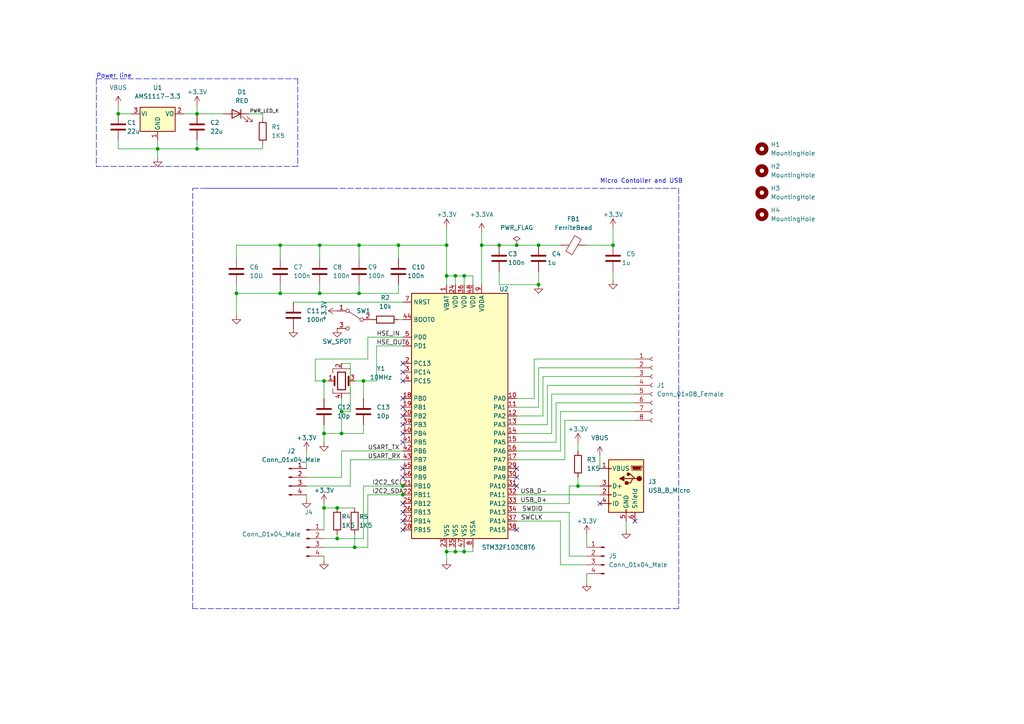
<source format=kicad_sch>
(kicad_sch (version 20211123) (generator eeschema)
  (paper "A4")
  (title_block (title "STM32103 TUTORIAL") (date "2023-07-22") (company "Switches") (comment 1 "Author: Matthew"))
  (lib_symbols
    (symbol "Connector:Conn_01x04_Male" (pin_names (offset 1.016) hide)
      (property "Reference" "J" (at 0 5.08 0))
      (property "Value" "Conn_01x04_Male" (at 0 -7.62 0))
      (symbol "Conn_01x04_Male_1_1"
        (polyline (pts (xy 1.27 -5.08) (xy 0.8636 -5.08)) (stroke (width 0.1524)))
        (polyline (pts (xy 1.27 -2.54) (xy 0.8636 -2.54)) (stroke (width 0.1524)))
        (polyline (pts (xy 1.27 0) (xy 0.8636 0)) (stroke (width 0.1524)))
        (polyline (pts (xy 1.27 2.54) (xy 0.8636 2.54)) (stroke (width 0.1524)))
        (rectangle (start 0.8636 -4.953) (end 0 -5.207) (stroke (width 0.1524)) (fill (type outline)))
        (rectangle (start 0.8636 -2.413) (end 0 -2.667) (stroke (width 0.1524)) (fill (type outline)))
        (rectangle (start 0.8636 0.127) (end 0 -0.127) (stroke (width 0.1524)) (fill (type outline)))
        (rectangle (start 0.8636 2.667) (end 0 2.413) (stroke (width 0.1524)) (fill (type outline)))
        (pin passive line (at 5.08 2.54 180) (length 3.81) (name "Pin_1") (number "1"))
        (pin passive line (at 5.08 0 180) (length 3.81) (name "Pin_2") (number "2"))
        (pin passive line (at 5.08 -2.54 180) (length 3.81) (name "Pin_3") (number "3"))
        (pin passive line (at 5.08 -5.08 180) (length 3.81) (name "Pin_4") (number "4"))
      )
    )
    (symbol "Connector:Conn_01x08_Female" (pin_names (offset 1.016) hide)
      (property "Reference" "J" (at 0 10.16 0))
      (property "Value" "Conn_01x08_Female" (at 0 -12.7 0))
      (symbol "Conn_01x08_Female_1_1"
        (arc (start 0 -9.652) (mid -0.508 -10.16) (end 0 -10.668) (stroke (width 0.1524)))
        (arc (start 0 -7.112) (mid -0.508 -7.62) (end 0 -8.128) (stroke (width 0.1524)))
        (arc (start 0 -4.572) (mid -0.508 -5.08) (end 0 -5.588) (stroke (width 0.1524)))
        (arc (start 0 -2.032) (mid -0.508 -2.54) (end 0 -3.048) (stroke (width 0.1524)))
        (polyline (pts (xy -1.27 -10.16) (xy -0.508 -10.16)) (stroke (width 0.1524)))
        (polyline (pts (xy -1.27 -7.62) (xy -0.508 -7.62)) (stroke (width 0.1524)))
        (polyline (pts (xy -1.27 -5.08) (xy -0.508 -5.08)) (stroke (width 0.1524)))
        (polyline (pts (xy -1.27 -2.54) (xy -0.508 -2.54)) (stroke (width 0.1524)))
        (polyline (pts (xy -1.27 0) (xy -0.508 0)) (stroke (width 0.1524)))
        (polyline (pts (xy -1.27 2.54) (xy -0.508 2.54)) (stroke (width 0.1524)))
        (polyline (pts (xy -1.27 5.08) (xy -0.508 5.08)) (stroke (width 0.1524)))
        (polyline (pts (xy -1.27 7.62) (xy -0.508 7.62)) (stroke (width 0.1524)))
        (arc (start 0 0.508) (mid -0.508 0) (end 0 -0.508) (stroke (width 0.1524)))
        (arc (start 0 3.048) (mid -0.508 2.54) (end 0 2.032) (stroke (width 0.1524)))
        (arc (start 0 5.588) (mid -0.508 5.08) (end 0 4.572) (stroke (width 0.1524)))
        (arc (start 0 8.128) (mid -0.508 7.62) (end 0 7.112) (stroke (width 0.1524)))
        (pin passive line (at -5.08 7.62 0) (length 3.81) (name "Pin_1") (number "1"))
        (pin passive line (at -5.08 5.08 0) (length 3.81) (name "Pin_2") (number "2"))
        (pin passive line (at -5.08 2.54 0) (length 3.81) (name "Pin_3") (number "3"))
        (pin passive line (at -5.08 0 0) (length 3.81) (name "Pin_4") (number "4"))
        (pin passive line (at -5.08 -2.54 0) (length 3.81) (name "Pin_5") (number "5"))
        (pin passive line (at -5.08 -5.08 0) (length 3.81) (name "Pin_6") (number "6"))
        (pin passive line (at -5.08 -7.62 0) (length 3.81) (name "Pin_7") (number "7"))
        (pin passive line (at -5.08 -10.16 0) (length 3.81) (name "Pin_8") (number "8"))
      )
    )
    (symbol "Connector:USB_B_Micro" (pin_names (offset 1.016))
      (property "Reference" "J" (at -5.08 11.43 0))
      (property "Value" "USB_B_Micro" (at -5.08 8.89 0))
      (symbol "USB_B_Micro_0_1"
        (rectangle (start -5.08 -7.62) (end 5.08 7.62) (stroke (width 0.254)) (fill (type background)))
        (circle (center -3.81 2.159) (radius 0.635) (stroke (width 0.254)) (fill (type outline)))
        (circle (center -0.635 3.429) (radius 0.381) (stroke (width 0.254)) (fill (type outline)))
        (rectangle (start -0.127 -7.62) (end 0.127 -6.858))
        (polyline (pts (xy -1.905 2.159) (xy 0.635 2.159)) (stroke (width 0.254)))
        (polyline (pts (xy -3.175 2.159) (xy -2.54 2.159) (xy -1.27 3.429) (xy -0.635 3.429)) (stroke (width 0.254)))
        (polyline (pts (xy -2.54 2.159) (xy -1.905 2.159) (xy -1.27 0.889) (xy 0 0.889)) (stroke (width 0.254)))
        (polyline (pts (xy 0.635 2.794) (xy 0.635 1.524) (xy 1.905 2.159) (xy 0.635 2.794)) (stroke (width 0.254)) (fill (type outline)))
        (polyline (pts (xy -4.318 5.588) (xy -1.778 5.588) (xy -2.032 4.826) (xy -4.064 4.826) (xy -4.318 5.588)) (fill (type outline)))
        (polyline (pts (xy -4.699 5.842) (xy -4.699 5.588) (xy -4.445 4.826) (xy -4.445 4.572) (xy -1.651 4.572) (xy -1.651 4.826) (xy -1.397 5.588) (xy -1.397 5.842) (xy -4.699 5.842)))
        (rectangle (start 0.254 1.27) (end -0.508 0.508) (stroke (width 0.254)) (fill (type outline)))
        (rectangle (start 5.08 -5.207) (end 4.318 -4.953))
        (rectangle (start 5.08 -2.667) (end 4.318 -2.413))
        (rectangle (start 5.08 -0.127) (end 4.318 0.127))
        (rectangle (start 5.08 4.953) (end 4.318 5.207))
      )
      (symbol "USB_B_Micro_1_1"
        (pin power_out line (at 7.62 5.08 180) (length 2.54) (name "VBUS") (number "1"))
        (pin bidirectional line (at 7.62 -2.54 180) (length 2.54) (name "D-") (number "2"))
        (pin bidirectional line (at 7.62 0 180) (length 2.54) (name "D+") (number "3"))
        (pin passive line (at 7.62 -5.08 180) (length 2.54) (name "ID") (number "4"))
        (pin power_out line (at 0 -10.16 90) (length 2.54) (name "GND") (number "5"))
        (pin passive line (at -2.54 -10.16 90) (length 2.54) (name "Shield") (number "6"))
      )
    )
    (symbol "Device:C" (pin_numbers hide) (pin_names (offset 0.254))
      (property "Reference" "C" (at 0.635 2.54 0))
      (property "Value" "C" (at 0.635 -2.54 0))
      (symbol "C_0_1"
        (polyline (pts (xy -2.032 -0.762) (xy 2.032 -0.762)) (stroke (width 0.508)))
        (polyline (pts (xy -2.032 0.762) (xy 2.032 0.762)) (stroke (width 0.508)))
      )
      (symbol "C_1_1"
        (pin passive line (at 0 3.81 270) (length 2.794) (name "~") (number "1"))
        (pin passive line (at 0 -3.81 90) (length 2.794) (name "~") (number "2"))
      )
    )
    (symbol "Device:Crystal_GND24" (pin_names (offset 1.016) hide)
      (property "Reference" "Y" (at 3.175 5.08 0))
      (property "Value" "Crystal_GND24" (at 3.175 3.175 0))
      (symbol "Crystal_GND24_0_1"
        (rectangle (start -1.143 2.54) (end 1.143 -2.54) (stroke (width 0.3048)))
        (polyline (pts (xy -2.54 0) (xy -2.032 0)))
        (polyline (pts (xy -2.032 -1.27) (xy -2.032 1.27)) (stroke (width 0.508)))
        (polyline (pts (xy 0 -3.81) (xy 0 -3.556)))
        (polyline (pts (xy 0 3.556) (xy 0 3.81)))
        (polyline (pts (xy 2.032 -1.27) (xy 2.032 1.27)) (stroke (width 0.508)))
        (polyline (pts (xy 2.032 0) (xy 2.54 0)))
        (polyline (pts (xy -2.54 -2.286) (xy -2.54 -3.556) (xy 2.54 -3.556) (xy 2.54 -2.286)))
        (polyline (pts (xy -2.54 2.286) (xy -2.54 3.556) (xy 2.54 3.556) (xy 2.54 2.286)))
      )
      (symbol "Crystal_GND24_1_1"
        (pin passive line (at -3.81 0 0) (length 1.27) (name "1") (number "1"))
        (pin passive line (at 0 5.08 270) (length 1.27) (name "2") (number "2"))
        (pin passive line (at 3.81 0 180) (length 1.27) (name "3") (number "3"))
        (pin passive line (at 0 -5.08 90) (length 1.27) (name "4") (number "4"))
      )
    )
    (symbol "Device:FerriteBead" (pin_numbers hide) (pin_names (offset 0))
      (property "Reference" "FB" (at -3.81 0.635 90))
      (property "Value" "FerriteBead" (at 3.81 0 90))
      (symbol "FerriteBead_0_1"
        (polyline (pts (xy 0 -1.27) (xy 0 -1.2192)))
        (polyline (pts (xy 0 1.27) (xy 0 1.2954)))
        (polyline (pts (xy -2.7686 0.4064) (xy -1.7018 2.2606) (xy 2.7686 -0.3048) (xy 1.6764 -2.159) (xy -2.7686 0.4064)))
      )
      (symbol "FerriteBead_1_1"
        (pin passive line (at 0 3.81 270) (length 2.54) (name "~") (number "1"))
        (pin passive line (at 0 -3.81 90) (length 2.54) (name "~") (number "2"))
      )
    )
    (symbol "Device:LED" (pin_numbers hide) (pin_names (offset 1.016) hide)
      (property "Reference" "D" (at 0 2.54 0))
      (property "Value" "LED" (at 0 -2.54 0))
      (symbol "LED_0_1"
        (polyline (pts (xy -1.27 -1.27) (xy -1.27 1.27)) (stroke (width 0.254)))
        (polyline (pts (xy -1.27 0) (xy 1.27 0)))
        (polyline (pts (xy 1.27 -1.27) (xy 1.27 1.27) (xy -1.27 0) (xy 1.27 -1.27)) (stroke (width 0.254)))
        (polyline (pts (xy -3.048 -0.762) (xy -4.572 -2.286) (xy -3.81 -2.286) (xy -4.572 -2.286) (xy -4.572 -1.524)))
        (polyline (pts (xy -1.778 -0.762) (xy -3.302 -2.286) (xy -2.54 -2.286) (xy -3.302 -2.286) (xy -3.302 -1.524)))
      )
      (symbol "LED_1_1"
        (pin passive line (at -3.81 0 0) (length 2.54) (name "K") (number "1"))
        (pin passive line (at 3.81 0 180) (length 2.54) (name "A") (number "2"))
      )
    )
    (symbol "Device:R" (pin_numbers hide) (pin_names (offset 0))
      (property "Reference" "R" (at 2.032 0 90))
      (property "Value" "R" (at 0 0 90))
      (symbol "R_0_1"
        (rectangle (start -1.016 -2.54) (end 1.016 2.54) (stroke (width 0.254)))
      )
      (symbol "R_1_1"
        (pin passive line (at 0 3.81 270) (length 1.27) (name "~") (number "1"))
        (pin passive line (at 0 -3.81 90) (length 1.27) (name "~") (number "2"))
      )
    )
    (symbol "MCU_ST_STM32F1:STM32F103C8Tx"
      (property "Reference" "U" (at -15.24 36.83 0))
      (property "Value" "STM32F103C8Tx" (at 7.62 36.83 0))
      (symbol "STM32F103C8Tx_0_1"
        (rectangle (start -15.24 -35.56) (end 12.7 35.56) (stroke (width 0.254)) (fill (type background)))
      )
      (symbol "STM32F103C8Tx_1_1"
        (pin power_in line (at -5.08 38.1 270) (length 2.54) (name "VBAT") (number "1"))
        (pin bidirectional line (at 15.24 5.08 180) (length 2.54) (name "PA0") (number "10"))
        (pin bidirectional line (at 15.24 2.54 180) (length 2.54) (name "PA1") (number "11"))
        (pin bidirectional line (at 15.24 0 180) (length 2.54) (name "PA2") (number "12"))
        (pin bidirectional line (at 15.24 -2.54 180) (length 2.54) (name "PA3") (number "13"))
        (pin bidirectional line (at 15.24 -5.08 180) (length 2.54) (name "PA4") (number "14"))
        (pin bidirectional line (at 15.24 -7.62 180) (length 2.54) (name "PA5") (number "15"))
        (pin bidirectional line (at 15.24 -10.16 180) (length 2.54) (name "PA6") (number "16"))
        (pin bidirectional line (at 15.24 -12.7 180) (length 2.54) (name "PA7") (number "17"))
        (pin bidirectional line (at -17.78 5.08 0) (length 2.54) (name "PB0") (number "18"))
        (pin bidirectional line (at -17.78 2.54 0) (length 2.54) (name "PB1") (number "19"))
        (pin bidirectional line (at -17.78 15.24 0) (length 2.54) (name "PC13") (number "2"))
        (pin bidirectional line (at -17.78 0 0) (length 2.54) (name "PB2") (number "20"))
        (pin bidirectional line (at -17.78 -20.32 0) (length 2.54) (name "PB10") (number "21"))
        (pin bidirectional line (at -17.78 -22.86 0) (length 2.54) (name "PB11") (number "22"))
        (pin power_in line (at -5.08 -38.1 90) (length 2.54) (name "VSS") (number "23"))
        (pin power_in line (at -2.54 38.1 270) (length 2.54) (name "VDD") (number "24"))
        (pin bidirectional line (at -17.78 -25.4 0) (length 2.54) (name "PB12") (number "25"))
        (pin bidirectional line (at -17.78 -27.94 0) (length 2.54) (name "PB13") (number "26"))
        (pin bidirectional line (at -17.78 -30.48 0) (length 2.54) (name "PB14") (number "27"))
        (pin bidirectional line (at -17.78 -33.02 0) (length 2.54) (name "PB15") (number "28"))
        (pin bidirectional line (at 15.24 -15.24 180) (length 2.54) (name "PA8") (number "29"))
        (pin bidirectional line (at -17.78 12.7 0) (length 2.54) (name "PC14") (number "3"))
        (pin bidirectional line (at 15.24 -17.78 180) (length 2.54) (name "PA9") (number "30"))
        (pin bidirectional line (at 15.24 -20.32 180) (length 2.54) (name "PA10") (number "31"))
        (pin bidirectional line (at 15.24 -22.86 180) (length 2.54) (name "PA11") (number "32"))
        (pin bidirectional line (at 15.24 -25.4 180) (length 2.54) (name "PA12") (number "33"))
        (pin bidirectional line (at 15.24 -27.94 180) (length 2.54) (name "PA13") (number "34"))
        (pin power_in line (at -2.54 -38.1 90) (length 2.54) (name "VSS") (number "35"))
        (pin power_in line (at 0 38.1 270) (length 2.54) (name "VDD") (number "36"))
        (pin bidirectional line (at 15.24 -30.48 180) (length 2.54) (name "PA14") (number "37"))
        (pin bidirectional line (at 15.24 -33.02 180) (length 2.54) (name "PA15") (number "38"))
        (pin bidirectional line (at -17.78 -2.54 0) (length 2.54) (name "PB3") (number "39"))
        (pin bidirectional line (at -17.78 10.16 0) (length 2.54) (name "PC15") (number "4"))
        (pin bidirectional line (at -17.78 -5.08 0) (length 2.54) (name "PB4") (number "40"))
        (pin bidirectional line (at -17.78 -7.62 0) (length 2.54) (name "PB5") (number "41"))
        (pin bidirectional line (at -17.78 -10.16 0) (length 2.54) (name "PB6") (number "42"))
        (pin bidirectional line (at -17.78 -12.7 0) (length 2.54) (name "PB7") (number "43"))
        (pin input line (at -17.78 27.94 0) (length 2.54) (name "BOOT0") (number "44"))
        (pin bidirectional line (at -17.78 -15.24 0) (length 2.54) (name "PB8") (number "45"))
        (pin bidirectional line (at -17.78 -17.78 0) (length 2.54) (name "PB9") (number "46"))
        (pin power_in line (at 0 -38.1 90) (length 2.54) (name "VSS") (number "47"))
        (pin power_in line (at 2.54 38.1 270) (length 2.54) (name "VDD") (number "48"))
        (pin input line (at -17.78 22.86 0) (length 2.54) (name "PD0") (number "5"))
        (pin input line (at -17.78 20.32 0) (length 2.54) (name "PD1") (number "6"))
        (pin input line (at -17.78 33.02 0) (length 2.54) (name "NRST") (number "7"))
        (pin power_in line (at 2.54 -38.1 90) (length 2.54) (name "VSSA") (number "8"))
        (pin power_in line (at 5.08 38.1 270) (length 2.54) (name "VDDA") (number "9"))
      )
    )
    (symbol "Mechanical:MountingHole" (pin_names (offset 1.016))
      (property "Reference" "H" (at 0 5.08 0))
      (property "Value" "MountingHole" (at 0 3.175 0))
      (symbol "MountingHole_0_1"
        (circle (center 0 0) (radius 1.27) (stroke (width 1.27)))
      )
    )
    (symbol "Regulator_Linear:AMS1117-3.3" (pin_names (offset 0.254))
      (property "Reference" "U" (at -3.81 3.175 0))
      (property "Value" "AMS1117-3.3" (at 0 3.175 0))
      (symbol "AMS1117-3.3_0_1"
        (rectangle (start -5.08 -5.08) (end 5.08 1.905) (stroke (width 0.254)) (fill (type background)))
      )
      (symbol "AMS1117-3.3_1_1"
        (pin power_in line (at 0 -7.62 90) (length 2.54) (name "GND") (number "1"))
        (pin power_out line (at 7.62 0 180) (length 2.54) (name "VO") (number "2"))
        (pin power_in line (at -7.62 0 0) (length 2.54) (name "VI") (number "3"))
      )
    )
    (symbol "Switch:SW_SPDT" (pin_names (offset 0) hide)
      (property "Reference" "SW" (at 0 4.318 0))
      (property "Value" "SW_SPDT" (at 0 -5.08 0))
      (symbol "SW_SPDT_0_0"
        (circle (center -2.032 0) (radius 0.508))
        (circle (center 2.032 -2.54) (radius 0.508))
      )
      (symbol "SW_SPDT_0_1"
        (polyline (pts (xy -1.524 0.254) (xy 1.651 2.286)))
        (circle (center 2.032 2.54) (radius 0.508))
      )
      (symbol "SW_SPDT_1_1"
        (pin passive line (at 5.08 2.54 180) (length 2.54) (name "A") (number "1"))
        (pin passive line (at -5.08 0 0) (length 2.54) (name "B") (number "2"))
        (pin passive line (at 5.08 -2.54 180) (length 2.54) (name "C") (number "3"))
      )
    )
    (symbol "power:+3.3V" (power) (pin_names (offset 0))
      (property "Value" "+3.3V" (at 0 3.556 0))
      (symbol "+3.3V_0_1"
        (polyline (pts (xy -0.762 1.27) (xy 0 2.54)))
        (polyline (pts (xy 0 0) (xy 0 2.54)))
        (polyline (pts (xy 0 2.54) (xy 0.762 1.27)))
      )
      (symbol "+3.3V_1_1"
        (pin power_in line (at 0 0 90) (length 0) hide (name "+3.3V") (number "1"))
      )
    )
    (symbol "power:+3.3VA" (power) (pin_names (offset 0))
      (property "Value" "+3.3VA" (at 0 3.556 0))
      (symbol "+3.3VA_0_1"
        (polyline (pts (xy -0.762 1.27) (xy 0 2.54)))
        (polyline (pts (xy 0 0) (xy 0 2.54)))
        (polyline (pts (xy 0 2.54) (xy 0.762 1.27)))
      )
      (symbol "+3.3VA_1_1"
        (pin power_in line (at 0 0 90) (length 0) hide (name "+3.3VA") (number "1"))
      )
    )
    (symbol "power:GND" (power) (pin_names (offset 0))
      (property "Value" "GND" (at 0 -3.81 0))
      (symbol "GND_0_1"
        (polyline (pts (xy 0 0) (xy 0 -1.27) (xy 1.27 -1.27) (xy 0 -2.54) (xy -1.27 -1.27) (xy 0 -1.27)))
      )
      (symbol "GND_1_1"
        (pin power_in line (at 0 0 270) (length 0) hide (name "GND") (number "1"))
      )
    )
    (symbol "power:PWR_FLAG" (power) (pin_numbers hide) (pin_names (offset 0) hide)
      (property "Value" "PWR_FLAG" (at 0 3.81 0))
      (symbol "PWR_FLAG_0_0"
        (pin power_out line (at 0 0 90) (length 0) (name "pwr") (number "1"))
      )
      (symbol "PWR_FLAG_0_1"
        (polyline (pts (xy 0 0) (xy 0 1.27) (xy -1.016 1.905) (xy 0 2.54) (xy 1.016 1.905) (xy 0 1.27)))
      )
    )
    (symbol "power:VBUS" (power) (pin_names (offset 0))
      (property "Value" "VBUS" (at 0 3.81 0))
      (symbol "VBUS_0_1"
        (polyline (pts (xy -0.762 1.27) (xy 0 2.54)))
        (polyline (pts (xy 0 0) (xy 0 2.54)))
        (polyline (pts (xy 0 2.54) (xy 0.762 1.27)))
      )
      (symbol "VBUS_1_1"
        (pin power_in line (at 0 0 90) (length 0) hide (name "VBUS") (number "1"))
      )
    )
  )
  (junction (at 93.98 125.73))
  (junction (at 116.84 143.51))
  (junction (at 92.71 85.09))
  (junction (at 97.79 156.21))
  (junction (at 45.72 43.18))
  (junction (at 167.64 140.97))
  (junction (at 102.87 158.75))
  (junction (at 132.08 80.01))
  (junction (at 93.98 147.32))
  (junction (at 99.06 125.73))
  (junction (at 156.21 82.55))
  (junction (at 104.14 85.09))
  (junction (at 177.8 71.12))
  (junction (at 68.58 85.09))
  (junction (at 132.08 160.02))
  (junction (at 93.98 110.49))
  (junction (at 129.54 80.01))
  (junction (at 105.41 110.49))
  (junction (at 156.21 71.12))
  (junction (at 57.15 43.18))
  (junction (at 81.28 71.12))
  (junction (at 97.79 147.32))
  (junction (at 34.29 33.02))
  (junction (at 149.86 71.12))
  (junction (at 129.54 160.02))
  (junction (at 57.15 33.02))
  (junction (at 134.62 80.01))
  (junction (at 129.54 71.12))
  (junction (at 116.84 140.97))
  (junction (at 115.57 71.12))
  (junction (at 81.28 85.09))
  (junction (at 134.62 160.02))
  (junction (at 139.7 71.12))
  (junction (at 92.71 71.12))
  (junction (at 99.06 119.38))
  (junction (at 104.14 71.12))
  (junction (at 144.78 71.12))
  (no_connect (at 116.84 107.95))
  (no_connect (at 149.86 135.89))
  (no_connect (at 116.84 123.19))
  (no_connect (at 184.15 151.13))
  (no_connect (at 116.84 105.41))
  (no_connect (at 149.86 138.43))
  (no_connect (at 173.99 146.05))
  (no_connect (at 116.84 125.73))
  (no_connect (at 116.84 110.49))
  (no_connect (at 116.84 118.11))
  (no_connect (at 116.84 120.65))
  (no_connect (at 149.86 153.67))
  (no_connect (at 116.84 153.67))
  (no_connect (at 116.84 115.57))
  (no_connect (at 116.84 138.43))
  (no_connect (at 116.84 128.27))
  (no_connect (at 116.84 146.05))
  (no_connect (at 116.84 151.13))
  (no_connect (at 149.86 140.97))
  (no_connect (at 116.84 135.89))
  (no_connect (at 116.84 148.59))
  (wire (pts (xy 157.48 109.22) (xy 157.48 120.65)))
  (wire (pts (xy 154.94 104.14) (xy 154.94 115.57)))
  (wire (pts (xy 184.15 114.3) (xy 160.02 114.3)))
  (wire (pts (xy 158.75 111.76) (xy 158.75 123.19)))
  (wire (pts (xy 76.2 33.02) (xy 76.2 34.29)))
  (wire (pts (xy 68.58 91.44) (xy 68.58 85.09)))
  (wire (pts (xy 144.78 82.55) (xy 156.21 82.55)))
  (wire (pts (xy 156.21 71.12) (xy 162.56 71.12)))
  (wire (pts (xy 163.83 133.35) (xy 163.83 121.92)))
  (wire (pts (xy 162.56 119.38) (xy 162.56 130.81)))
  (polyline (pts (xy 196.85 176.53) (xy 55.88 176.53)))
  (wire (pts (xy 106.68 143.51) (xy 116.84 143.51)))
  (wire (pts (xy 184.15 106.68) (xy 156.21 106.68)))
  (wire (pts (xy 181.61 153.67) (xy 181.61 151.13)))
  (wire (pts (xy 149.86 148.59) (xy 165.1 148.59)))
  (wire (pts (xy 85.09 87.63) (xy 116.84 87.63)))
  (wire (pts (xy 144.78 71.12) (xy 139.7 71.12)))
  (wire (pts (xy 104.14 71.12) (xy 104.14 74.93)))
  (wire (pts (xy 139.7 71.12) (xy 139.7 82.55)))
  (wire (pts (xy 116.84 140.97) (xy 118.11 140.97)))
  (wire (pts (xy 88.9 138.43) (xy 99.06 138.43)))
  (wire (pts (xy 57.15 33.02) (xy 64.77 33.02)))
  (wire (pts (xy 132.08 80.01) (xy 129.54 80.01)))
  (wire (pts (xy 115.57 71.12) (xy 129.54 71.12)))
  (wire (pts (xy 144.78 78.74) (xy 144.78 82.55)))
  (wire (pts (xy 173.99 132.08) (xy 173.99 135.89)))
  (wire (pts (xy 106.68 158.75) (xy 106.68 143.51)))
  (wire (pts (xy 149.86 71.12) (xy 156.21 71.12)))
  (wire (pts (xy 116.84 143.51) (xy 118.11 143.51)))
  (wire (pts (xy 105.41 156.21) (xy 105.41 140.97)))
  (wire (pts (xy 68.58 71.12) (xy 81.28 71.12)))
  (wire (pts (xy 167.64 140.97) (xy 165.1 140.97)))
  (wire (pts (xy 149.86 151.13) (xy 162.56 151.13)))
  (wire (pts (xy 92.71 71.12) (xy 104.14 71.12)))
  (wire (pts (xy 91.44 104.14) (xy 91.44 110.49)))
  (wire (pts (xy 149.86 133.35) (xy 163.83 133.35)))
  (wire (pts (xy 101.6 105.41) (xy 101.6 119.38)))
  (polyline (pts (xy 196.85 54.61) (xy 196.85 176.53)))
  (wire (pts (xy 93.98 123.19) (xy 93.98 125.73)))
  (wire (pts (xy 170.18 168.91) (xy 170.18 166.37)))
  (wire (pts (xy 81.28 71.12) (xy 92.71 71.12)))
  (wire (pts (xy 115.57 85.09) (xy 104.14 85.09)))
  (wire (pts (xy 161.29 116.84) (xy 161.29 128.27)))
  (wire (pts (xy 156.21 106.68) (xy 156.21 118.11)))
  (wire (pts (xy 88.9 140.97) (xy 101.6 140.97)))
  (wire (pts (xy 93.98 147.32) (xy 93.98 153.67)))
  (wire (pts (xy 99.06 119.38) (xy 99.06 125.73)))
  (wire (pts (xy 34.29 43.18) (xy 45.72 43.18)))
  (wire (pts (xy 97.79 156.21) (xy 105.41 156.21)))
  (wire (pts (xy 68.58 85.09) (xy 81.28 85.09)))
  (wire (pts (xy 53.34 33.02) (xy 57.15 33.02)))
  (wire (pts (xy 97.79 154.94) (xy 97.79 156.21)))
  (wire (pts (xy 184.15 116.84) (xy 161.29 116.84)))
  (wire (pts (xy 129.54 158.75) (xy 129.54 160.02)))
  (wire (pts (xy 57.15 40.64) (xy 57.15 43.18)))
  (wire (pts (xy 173.99 140.97) (xy 167.64 140.97)))
  (wire (pts (xy 170.18 163.83) (xy 162.56 163.83)))
  (wire (pts (xy 137.16 80.01) (xy 137.16 82.55)))
  (wire (pts (xy 134.62 80.01) (xy 132.08 80.01)))
  (wire (pts (xy 139.7 67.31) (xy 139.7 71.12)))
  (wire (pts (xy 57.15 43.18) (xy 45.72 43.18)))
  (wire (pts (xy 93.98 162.56) (xy 93.98 161.29)))
  (wire (pts (xy 68.58 74.93) (xy 68.58 71.12)))
  (wire (pts (xy 115.57 92.71) (xy 116.84 92.71)))
  (wire (pts (xy 165.1 140.97) (xy 165.1 146.05)))
  (wire (pts (xy 177.8 78.74) (xy 177.8 81.28)))
  (wire (pts (xy 137.16 80.01) (xy 134.62 80.01)))
  (wire (pts (xy 34.29 30.48) (xy 34.29 33.02)))
  (wire (pts (xy 105.41 140.97) (xy 116.84 140.97)))
  (wire (pts (xy 68.58 82.55) (xy 68.58 85.09)))
  (wire (pts (xy 99.06 115.57) (xy 99.06 119.38)))
  (wire (pts (xy 81.28 82.55) (xy 81.28 85.09)))
  (wire (pts (xy 149.86 143.51) (xy 173.99 143.51)))
  (wire (pts (xy 93.98 156.21) (xy 97.79 156.21)))
  (polyline (pts (xy 86.36 22.86) (xy 86.36 48.26)))
  (wire (pts (xy 97.79 147.32) (xy 102.87 147.32)))
  (wire (pts (xy 34.29 33.02) (xy 38.1 33.02)))
  (wire (pts (xy 102.87 158.75) (xy 106.68 158.75)))
  (wire (pts (xy 115.57 74.93) (xy 115.57 71.12)))
  (wire (pts (xy 93.98 110.49) (xy 95.25 110.49)))
  (wire (pts (xy 91.44 110.49) (xy 93.98 110.49)))
  (wire (pts (xy 92.71 85.09) (xy 104.14 85.09)))
  (wire (pts (xy 154.94 115.57) (xy 149.86 115.57)))
  (wire (pts (xy 106.68 97.79) (xy 106.68 104.14)))
  (wire (pts (xy 157.48 120.65) (xy 149.86 120.65)))
  (wire (pts (xy 93.98 125.73) (xy 93.98 128.27)))
  (wire (pts (xy 162.56 130.81) (xy 149.86 130.81)))
  (wire (pts (xy 167.64 128.27) (xy 167.64 130.81)))
  (wire (pts (xy 165.1 148.59) (xy 165.1 161.29)))
  (polyline (pts (xy 86.36 48.26) (xy 27.94 48.26)))
  (wire (pts (xy 57.15 30.48) (xy 57.15 33.02)))
  (wire (pts (xy 160.02 125.73) (xy 149.86 125.73)))
  (wire (pts (xy 167.64 138.43) (xy 167.64 140.97)))
  (polyline (pts (xy 59.69 54.61) (xy 196.85 54.61)))
  (polyline (pts (xy 55.88 54.61) (xy 97.79 54.61)))
  (wire (pts (xy 177.8 66.04) (xy 177.8 71.12)))
  (wire (pts (xy 88.9 144.78) (xy 88.9 143.51)))
  (wire (pts (xy 149.86 71.12) (xy 144.78 71.12)))
  (wire (pts (xy 99.06 125.73) (xy 93.98 125.73)))
  (wire (pts (xy 72.39 33.02) (xy 76.2 33.02)))
  (wire (pts (xy 93.98 158.75) (xy 102.87 158.75)))
  (wire (pts (xy 132.08 160.02) (xy 129.54 160.02)))
  (wire (pts (xy 88.9 130.81) (xy 88.9 135.89)))
  (wire (pts (xy 184.15 111.76) (xy 158.75 111.76)))
  (wire (pts (xy 160.02 114.3) (xy 160.02 125.73)))
  (wire (pts (xy 93.98 147.32) (xy 97.79 147.32)))
  (wire (pts (xy 184.15 104.14) (xy 154.94 104.14)))
  (wire (pts (xy 149.86 146.05) (xy 165.1 146.05)))
  (wire (pts (xy 101.6 133.35) (xy 116.84 133.35)))
  (wire (pts (xy 45.72 40.64) (xy 45.72 43.18)))
  (polyline (pts (xy 27.94 22.86) (xy 86.36 22.86)))
  (polyline (pts (xy 27.94 22.86) (xy 27.94 48.26)))
  (wire (pts (xy 105.41 123.19) (xy 105.41 125.73)))
  (wire (pts (xy 34.29 40.64) (xy 34.29 43.18)))
  (wire (pts (xy 134.62 80.01) (xy 134.62 82.55)))
  (wire (pts (xy 101.6 119.38) (xy 99.06 119.38)))
  (wire (pts (xy 134.62 160.02) (xy 132.08 160.02)))
  (wire (pts (xy 99.06 138.43) (xy 99.06 130.81)))
  (wire (pts (xy 93.98 146.05) (xy 93.98 147.32)))
  (polyline (pts (xy 55.88 176.53) (xy 55.88 54.61)))
  (wire (pts (xy 170.18 161.29) (xy 165.1 161.29)))
  (wire (pts (xy 170.18 154.94) (xy 170.18 158.75)))
  (wire (pts (xy 132.08 158.75) (xy 132.08 160.02)))
  (wire (pts (xy 184.15 119.38) (xy 162.56 119.38)))
  (wire (pts (xy 134.62 158.75) (xy 134.62 160.02)))
  (wire (pts (xy 137.16 160.02) (xy 134.62 160.02)))
  (wire (pts (xy 158.75 123.19) (xy 149.86 123.19)))
  (wire (pts (xy 81.28 85.09) (xy 92.71 85.09)))
  (wire (pts (xy 104.14 82.55) (xy 104.14 85.09)))
  (wire (pts (xy 105.41 110.49) (xy 102.87 110.49)))
  (wire (pts (xy 129.54 160.02) (xy 129.54 162.56)))
  (wire (pts (xy 170.18 71.12) (xy 177.8 71.12)))
  (wire (pts (xy 104.14 71.12) (xy 115.57 71.12)))
  (wire (pts (xy 105.41 125.73) (xy 99.06 125.73)))
  (wire (pts (xy 76.2 43.18) (xy 57.15 43.18)))
  (wire (pts (xy 132.08 80.01) (xy 132.08 82.55)))
  (wire (pts (xy 161.29 128.27) (xy 149.86 128.27)))
  (wire (pts (xy 99.06 130.81) (xy 116.84 130.81)))
  (wire (pts (xy 129.54 66.04) (xy 129.54 71.12)))
  (wire (pts (xy 105.41 110.49) (xy 105.41 115.57)))
  (wire (pts (xy 156.21 118.11) (xy 149.86 118.11)))
  (wire (pts (xy 45.72 43.18) (xy 45.72 45.72)))
  (wire (pts (xy 76.2 41.91) (xy 76.2 43.18)))
  (wire (pts (xy 163.83 121.92) (xy 184.15 121.92)))
  (wire (pts (xy 106.68 104.14) (xy 91.44 104.14)))
  (wire (pts (xy 137.16 158.75) (xy 137.16 160.02)))
  (wire (pts (xy 109.22 100.33) (xy 109.22 110.49)))
  (wire (pts (xy 102.87 154.94) (xy 102.87 158.75)))
  (wire (pts (xy 93.98 115.57) (xy 93.98 110.49)))
  (wire (pts (xy 129.54 80.01) (xy 129.54 82.55)))
  (wire (pts (xy 101.6 140.97) (xy 101.6 133.35)))
  (wire (pts (xy 99.06 105.41) (xy 101.6 105.41)))
  (wire (pts (xy 115.57 82.55) (xy 115.57 85.09)))
  (wire (pts (xy 184.15 109.22) (xy 157.48 109.22)))
  (wire (pts (xy 156.21 78.74) (xy 156.21 82.55)))
  (wire (pts (xy 162.56 151.13) (xy 162.56 163.83)))
  (wire (pts (xy 109.22 100.33) (xy 116.84 100.33)))
  (wire (pts (xy 129.54 71.12) (xy 129.54 80.01)))
  (wire (pts (xy 92.71 82.55) (xy 92.71 85.09)))
  (wire (pts (xy 81.28 71.12) (xy 81.28 74.93)))
  (wire (pts (xy 106.68 97.79) (xy 116.84 97.79)))
  (wire (pts (xy 92.71 71.12) (xy 92.71 74.93)))
  (wire (pts (xy 109.22 110.49) (xy 105.41 110.49)))
  (text "Micro Contoller and USB" (at 173.99 53.34 0) (effects (font (size 1.27 1.27)) (justify left bottom)))
  (text "Power line\n" (at 27.94 22.86 0) (effects (font (size 1.27 1.27)) (justify left bottom)))
  (label "USART_RX" (at 106.68 133.35 0))
  (label "PWR_LED_K" (at 72.39 33.02 0) (effects (font (size 1 1))))
  (label "USB_D-" (at 158.75 143.51 180))
  (label "HSE_OUT" (at 109.22 100.33 0))
  (label "I2C2_SCL" (at 107.95 140.97 0))
  (label "USB_D+" (at 158.75 146.05 180))
  (label "SWCLK" (at 157.48 151.13 180))
  (label "SWDIO" (at 157.48 148.59 180))
  (label "I2C2_SDA" (at 107.95 143.51 0))
  (label "HSE_IN" (at 109.22 97.79 0))
  (label "USART_TX" (at 106.68 130.81 0))
  (symbol (lib_id "Device:C") (at 92.71 78.74 0) (unit 1)
    (property "Reference" "C8" (at 96.52 77.4699 0) (effects (justify left)))
    (property "Value" "100n" (at 96.52 80.0099 0) (effects (justify left)))
    (property "Footprint" "Capacitor_SMD:C_0402_1005Metric" (effects hide))
  )
  (symbol (lib_id "Device:R") (at 97.79 151.13 0) (unit 1)
    (property "Reference" "R4" (at 99.06 149.86 0) (effects (justify left)))
    (property "Value" "1K5" (at 99.06 152.4 0) (effects (justify left)))
    (property "Footprint" "Resistor_SMD:R_0402_1005Metric" (effects hide))
  )
  (symbol (lib_id "Mechanical:MountingHole") (at 220.98 49.53 0) (unit 1)
    (property "Reference" "H2" (at 223.52 48.2599 0) (effects (justify left)))
    (property "Value" "MountingHole" (at 223.52 50.7999 0) (effects (justify left)))
    (property "Footprint" "MountingHole:MountingHole_2.2mm_M2" (effects hide))
  )
  (symbol (lib_id "Connector:USB_B_Micro") (at 181.61 140.97 0) (mirror y) (unit 1)
    (property "Reference" "J3" (at 187.96 139.6999 0) (effects (justify right)))
    (property "Value" "USB_B_Micro" (at 187.96 142.2399 0) (effects (justify right)))
    (property "Footprint" "Connector_USB:USB_Micro-B_Wuerth_629105150521" (effects hide))
  )
  (symbol (lib_id "power:+3.3V") (at 97.79 90.17 90) (unit 1)
    (property "Reference" "#PWR09" (effects hide))
    (property "Value" "+3.3V" (at 93.98 90.17 0))
  )
  (symbol (lib_id "Device:C") (at 104.14 78.74 0) (unit 1)
    (property "Reference" "C9" (at 106.68 77.47 0) (effects (justify left)))
    (property "Value" "100n" (at 106.68 80.01 0) (effects (justify left)))
    (property "Footprint" "Capacitor_SMD:C_0402_1005Metric" (effects hide))
  )
  (symbol (lib_id "power:VBUS") (at 173.99 132.08 0) (unit 1)
    (property "Reference" "#PWR016" (effects hide))
    (property "Value" "VBUS" (at 173.99 127 0))
  )
  (symbol (lib_id "Device:C") (at 68.58 78.74 0) (unit 1)
    (property "Reference" "C6" (at 72.39 77.4699 0) (effects (justify left)))
    (property "Value" "10U" (at 72.39 80.0099 0) (effects (justify left)))
    (property "Footprint" "Capacitor_SMD:C_0603_1608Metric" (effects hide))
  )
  (symbol (lib_id "Device:C") (at 115.57 78.74 0) (unit 1)
    (property "Reference" "C10" (at 119.38 77.47 0) (effects (justify left)))
    (property "Value" "100n" (at 118.11 80.01 0) (effects (justify left)))
    (property "Footprint" "Capacitor_SMD:C_0402_1005Metric" (effects hide))
  )
  (symbol (lib_id "Device:C") (at 177.8 74.93 0) (unit 1)
    (property "Reference" "C5" (at 181.61 73.66 0) (effects (justify left)))
    (property "Value" "1u" (at 180.34 76.2 0) (effects (justify left)))
    (property "Footprint" "Capacitor_SMD:C_0402_1005Metric" (effects hide))
  )
  (symbol (lib_id "Connector:Conn_01x08_Female") (at 189.23 111.76 0) (unit 1)
    (property "Reference" "J1" (at 190.5 111.7599 0) (effects (justify left)))
    (property "Value" "Conn_01x08_Female" (at 190.5 114.2999 0) (effects (justify left)))
    (property "Footprint" "Connector_PinSocket_2.54mm:PinSocket_1x08_P2.54mm_Vertical" (effects hide))
  )
  (symbol (lib_id "power:GND") (at 156.21 82.55 0) (unit 1)
    (property "Reference" "#PWR08" (effects hide))
    (property "Value" "GND" (effects hide))
  )
  (symbol (lib_id "Connector:Conn_01x04_Male") (at 175.26 161.29 0) (mirror y) (unit 1)
    (property "Reference" "J5" (at 176.53 161.2899 0) (effects (justify right)))
    (property "Value" "Conn_01x04_Male" (at 176.53 163.8299 0) (effects (justify right)))
    (property "Footprint" "Connector_PinHeader_2.54mm:PinHeader_1x04_P2.54mm_Vertical" (effects hide))
  )
  (symbol (lib_id "power:VBUS") (at 34.29 30.48 0) (unit 1)
    (property "Reference" "#PWR01" (effects hide))
    (property "Value" "VBUS" (at 34.29 25.4 0))
  )
  (symbol (lib_id "Mechanical:MountingHole") (at 220.98 62.23 0) (unit 1)
    (property "Reference" "H4" (at 223.52 60.9599 0) (effects (justify left)))
    (property "Value" "MountingHole" (at 223.52 63.4999 0) (effects (justify left)))
    (property "Footprint" "MountingHole:MountingHole_2.2mm_M2" (effects hide))
  )
  (symbol (lib_id "Mechanical:MountingHole") (at 220.98 43.18 0) (unit 1)
    (property "Reference" "H1" (at 223.52 41.9099 0) (effects (justify left)))
    (property "Value" "MountingHole" (at 223.52 44.4499 0) (effects (justify left)))
    (property "Footprint" "MountingHole:MountingHole_2.2mm_M2" (effects hide))
  )
  (symbol (lib_id "Device:R") (at 111.76 92.71 90) (unit 1)
    (property "Reference" "R2" (at 111.76 86.36 90))
    (property "Value" "10k" (at 111.76 88.9 90))
    (property "Footprint" "Resistor_SMD:R_0402_1005Metric" (effects hide))
  )
  (symbol (lib_id "Device:C") (at 81.28 78.74 0) (unit 1)
    (property "Reference" "C7" (at 85.09 77.4699 0) (effects (justify left)))
    (property "Value" "100n" (at 85.09 80.0099 0) (effects (justify left)))
    (property "Footprint" "Capacitor_SMD:C_0402_1005Metric" (effects hide))
  )
  (symbol (lib_id "power:GND") (at 93.98 162.56 0) (unit 1)
    (property "Reference" "#PWR021" (effects hide))
    (property "Value" "GND" (effects hide))
  )
  (symbol (lib_id "Device:R") (at 167.64 134.62 0) (unit 1)
    (property "Reference" "R3" (at 170.18 133.3499 0) (effects (justify left)))
    (property "Value" "1K5" (at 170.18 135.8899 0) (effects (justify left)))
    (property "Footprint" "Resistor_SMD:R_0402_1005Metric" (effects hide))
  )
  (symbol (lib_id "MCU_ST_STM32F1:STM32F103C8Tx") (at 134.62 120.65 0) (unit 1)
    (property "Reference" "U2" (at 144.78 83.82 0) (effects (justify left)))
    (property "Value" "STM32F103C8T6" (at 139.7 158.75 0) (effects (justify left)))
    (property "Footprint" "Package_QFP:LQFP-48_7x7mm_P0.5mm" (effects hide))
    (property "Datasheet" "http://www.st.com/st-web-ui/static/active/en/resource/technical/document/datasheet/CD00161566.pdf" (effects hide))
  )
  (symbol (lib_id "Device:R") (at 76.2 38.1 0) (unit 1)
    (property "Reference" "R1" (at 78.74 36.8299 0) (effects (justify left)))
    (property "Value" "1K5" (at 78.74 39.3699 0) (effects (justify left)))
    (property "Footprint" "Resistor_SMD:R_0402_1005Metric" (effects hide))
  )
  (symbol (lib_id "power:GND") (at 129.54 162.56 0) (unit 1)
    (property "Reference" "#PWR022" (effects hide))
    (property "Value" "GND" (effects hide))
  )
  (symbol (lib_id "power:+3.3V") (at 129.54 66.04 0) (unit 1)
    (property "Reference" "#PWR04" (effects hide))
    (property "Value" "+3.3V" (at 129.54 62.23 0))
  )
  (symbol (lib_id "power:+3.3VA") (at 139.7 67.31 0) (unit 1)
    (property "Reference" "#PWR06" (effects hide))
    (property "Value" "+3.3VA" (at 139.7 62.23 0))
  )
  (symbol (lib_id "power:+3.3V") (at 57.15 30.48 0) (unit 1)
    (property "Reference" "#PWR02" (effects hide))
    (property "Value" "+3.3V" (at 57.15 26.67 0))
  )
  (symbol (lib_id "power:GND") (at 45.72 45.72 0) (unit 1)
    (property "Reference" "#PWR03" (effects hide))
    (property "Value" "GND" (effects hide))
  )
  (symbol (lib_id "Device:C") (at 57.15 36.83 0) (unit 1)
    (property "Reference" "C2" (at 60.96 35.5599 0) (effects (justify left)))
    (property "Value" "22u" (at 60.96 38.0999 0) (effects (justify left)))
    (property "Footprint" "Capacitor_SMD:C_0805_2012Metric" (effects hide))
  )
  (symbol (lib_id "Mechanical:MountingHole") (at 220.98 55.88 0) (unit 1)
    (property "Reference" "H3" (at 223.52 54.6099 0) (effects (justify left)))
    (property "Value" "MountingHole" (at 223.52 57.1499 0) (effects (justify left)))
    (property "Footprint" "MountingHole:MountingHole_2.2mm_M2" (effects hide))
  )
  (symbol (lib_id "Device:FerriteBead") (at 166.37 71.12 90) (unit 1)
    (property "Reference" "FB1" (at 166.3192 63.5 90))
    (property "Value" "FerriteBead" (at 166.3192 66.04 90))
    (property "Footprint" "Inductor_SMD:L_0603_1608Metric" (effects hide))
  )
  (symbol (lib_id "Device:C") (at 34.29 36.83 0) (unit 1)
    (property "Reference" "C1" (at 36.83 35.56 0) (effects (justify left)))
    (property "Value" "22u" (at 36.83 38.1 0) (effects (justify left)))
    (property "Footprint" "Capacitor_SMD:C_0805_2012Metric" (effects hide))
  )
  (symbol (lib_id "power:GND") (at 170.18 168.91 0) (unit 1)
    (property "Reference" "#PWR023" (effects hide))
    (property "Value" "GND" (effects hide))
  )
  (symbol (lib_id "power:+3.3V") (at 177.8 66.04 0) (unit 1)
    (property "Reference" "#PWR05" (effects hide))
    (property "Value" "+3.3V" (at 177.8 62.23 0))
  )
  (symbol (lib_id "Connector:Conn_01x04_Male") (at 83.82 138.43 0) (unit 1)
    (property "Reference" "J2" (at 84.455 130.81 0))
    (property "Value" "Conn_01x04_Male" (at 84.455 133.35 0))
    (property "Footprint" "Connector_PinHeader_2.54mm:PinHeader_1x04_P2.54mm_Vertical" (effects hide))
  )
  (symbol (lib_id "power:GND") (at 181.61 153.67 0) (unit 1)
    (property "Reference" "#PWR019" (effects hide))
    (property "Value" "GND" (effects hide))
  )
  (symbol (lib_id "Device:LED") (at 68.58 33.02 0) (mirror y) (unit 1)
    (property "Reference" "D1" (at 70.1675 26.67 0))
    (property "Value" "RED" (at 70.1675 29.21 0))
    (property "Footprint" "LED_SMD:LED_0603_1608Metric" (effects hide))
  )
  (symbol (lib_id "power:GND") (at 177.8 81.28 0) (unit 1)
    (property "Reference" "#PWR07" (effects hide))
    (property "Value" "GND" (effects hide))
  )
  (symbol (lib_id "power:+3.3V") (at 167.64 128.27 0) (unit 1)
    (property "Reference" "#PWR014" (effects hide))
    (property "Value" "+3.3V" (at 167.64 124.46 0))
  )
  (symbol (lib_id "Device:C") (at 156.21 74.93 0) (unit 1)
    (property "Reference" "C4" (at 160.02 73.66 0) (effects (justify left)))
    (property "Value" "1u" (at 158.75 76.2 0) (effects (justify left)))
    (property "Footprint" "Capacitor_SMD:C_0402_1005Metric" (effects hide))
  )
  (symbol (lib_id "power:+3.3V") (at 170.18 154.94 0) (unit 1)
    (property "Reference" "#PWR020" (effects hide))
    (property "Value" "+3.3V" (at 170.18 151.13 0))
  )
  (symbol (lib_id "Device:R") (at 102.87 151.13 0) (unit 1)
    (property "Reference" "R5" (at 104.14 149.86 0) (effects (justify left)))
    (property "Value" "1K5" (at 104.14 152.4 0) (effects (justify left)))
    (property "Footprint" "Resistor_SMD:R_0402_1005Metric" (effects hide))
  )
  (symbol (lib_id "power:PWR_FLAG") (at 149.86 71.12 0) (unit 1)
    (property "Reference" "#FLG01" (effects hide))
    (property "Value" "PWR_FLAG" (at 149.86 66.04 0))
  )
  (symbol (lib_id "power:GND") (at 85.09 95.25 0) (unit 1)
    (property "Reference" "#PWR011" (effects hide))
    (property "Value" "GND" (effects hide))
  )
  (symbol (lib_id "Device:Crystal_GND24") (at 99.06 110.49 0) (unit 1)
    (property "Reference" "Y1" (at 110.49 106.9086 0))
    (property "Value" "10MHz" (at 110.49 109.4486 0))
    (property "Footprint" "Crystal:Crystal_SMD_3225-4Pin_3.2x2.5mm" (effects hide))
  )
  (symbol (lib_id "Switch:SW_SPDT") (at 102.87 92.71 0) (mirror y) (unit 1)
    (property "Reference" "SW1" (at 105.41 90.17 0))
    (property "Value" "SW_SPDT" (at 97.79 99.06 0))
    (property "Footprint" "Button_Switch_SMD:SW_SPDT_PCM12" (effects hide))
  )
  (symbol (lib_id "power:GND") (at 88.9 144.78 0) (unit 1)
    (property "Reference" "#PWR017" (effects hide))
    (property "Value" "GND" (effects hide))
  )
  (symbol (lib_id "Device:C") (at 85.09 91.44 0) (unit 1)
    (property "Reference" "C11" (at 88.9 90.1699 0) (effects (justify left)))
    (property "Value" "100n" (at 88.9 92.7099 0) (effects (justify left)))
    (property "Footprint" "Capacitor_SMD:C_0402_1005Metric" (effects hide))
  )
  (symbol (lib_id "Connector:Conn_01x04_Male") (at 88.9 156.21 0) (unit 1)
    (property "Reference" "J4" (at 89.535 148.59 0))
    (property "Value" "Conn_01x04_Male" (at 78.74 154.94 0))
    (property "Footprint" "Connector_PinHeader_2.54mm:PinHeader_1x04_P2.54mm_Vertical" (effects hide))
  )
  (symbol (lib_id "power:+3.3V") (at 88.9 130.81 0) (unit 1)
    (property "Reference" "#PWR015" (effects hide))
    (property "Value" "+3.3V" (at 88.9 127 0))
  )
  (symbol (lib_id "power:GND") (at 93.98 128.27 0) (unit 1)
    (property "Reference" "#PWR013" (effects hide))
    (property "Value" "GND" (effects hide))
  )
  (symbol (lib_id "Regulator_Linear:AMS1117-3.3") (at 45.72 33.02 0) (unit 1)
    (property "Reference" "U1" (at 45.72 25.4 0))
    (property "Value" "AMS1117-3.3" (at 45.72 27.94 0))
    (property "Footprint" "Package_TO_SOT_SMD:SOT-223-3_TabPin2" (effects hide))
    (property "Datasheet" "http://www.advanced-monolithic.com/pdf/ds1117.pdf" (effects hide))
  )
  (symbol (lib_id "Device:C") (at 93.98 119.38 0) (unit 1)
    (property "Reference" "C12" (at 97.79 118.1099 0) (effects (justify left)))
    (property "Value" "10p" (at 97.79 120.6499 0) (effects (justify left)))
    (property "Footprint" "Capacitor_SMD:C_0402_1005Metric" (effects hide))
  )
  (symbol (lib_id "Device:C") (at 105.41 119.38 0) (unit 1)
    (property "Reference" "C13" (at 109.22 118.1099 0) (effects (justify left)))
    (property "Value" "10p" (at 109.22 120.6499 0) (effects (justify left)))
    (property "Footprint" "Capacitor_SMD:C_0402_1005Metric" (effects hide))
  )
  (symbol (lib_id "power:+3.3V") (at 93.98 146.05 0) (unit 1)
    (property "Reference" "#PWR018" (effects hide))
    (property "Value" "+3.3V" (at 93.98 142.24 0))
  )
  (symbol (lib_id "power:GND") (at 68.58 91.44 0) (unit 1)
    (property "Reference" "#PWR010" (effects hide))
    (property "Value" "GND" (effects hide))
  )
  (symbol (lib_id "Device:C") (at 144.78 74.93 0) (unit 1)
    (property "Reference" "C3" (at 147.32 73.66 0) (effects (justify left)))
    (property "Value" "100n" (at 147.32 76.2 0) (effects (justify left)))
    (property "Footprint" "Capacitor_SMD:C_0402_1005Metric" (effects hide))
  )
  (symbol (lib_id "power:GND") (at 97.79 95.25 0) (unit 1)
    (property "Reference" "#PWR012" (effects hide))
    (property "Value" "GND" (effects hide))
  )
)
</source>
